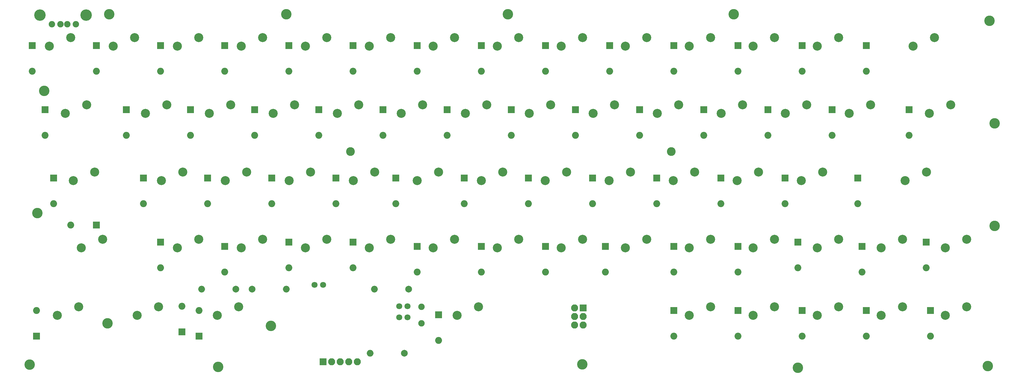
<source format=gts>
G04 #@! TF.FileFunction,Soldermask,Top*
%FSLAX46Y46*%
G04 Gerber Fmt 4.6, Leading zero omitted, Abs format (unit mm)*
G04 Created by KiCad (PCBNEW 4.0.6) date Saturday, May 27, 2017 'AMt' 11:31:39 AM*
%MOMM*%
%LPD*%
G01*
G04 APERTURE LIST*
%ADD10C,0.100000*%
%ADD11C,3.100000*%
%ADD12C,2.600000*%
%ADD13C,1.800000*%
%ADD14C,2.051000*%
%ADD15R,2.051000X2.051000*%
%ADD16C,1.900000*%
%ADD17C,3.400000*%
%ADD18R,2.100000X2.100000*%
%ADD19O,2.100000X2.100000*%
%ADD20C,2.000000*%
%ADD21O,2.000000X2.000000*%
%ADD22C,2.686000*%
G04 APERTURE END LIST*
D10*
D11*
X103975000Y-252794000D03*
X47968000Y-252159000D03*
X276060000Y-253048000D03*
D12*
X238468000Y-188786000D03*
D11*
X71590000Y-148000000D03*
X124168000Y-148000000D03*
X190000000Y-148000000D03*
X257010000Y-148000000D03*
X332956000Y-149924000D03*
X334480000Y-180404000D03*
X334480000Y-210884000D03*
X52286000Y-170752000D03*
X50254000Y-207074000D03*
X332448000Y-252540000D03*
X212052000Y-252032000D03*
X119596000Y-240602000D03*
D13*
X157696000Y-238062000D03*
X160196000Y-238062000D03*
X157696000Y-234760000D03*
X160196000Y-234760000D03*
X135090000Y-228410000D03*
X132590000Y-228410000D03*
D14*
X48730000Y-164910000D03*
D15*
X48730000Y-157290000D03*
D14*
X67780000Y-164910000D03*
D15*
X67780000Y-157290000D03*
D14*
X86830000Y-164910000D03*
D15*
X86830000Y-157290000D03*
D14*
X105880000Y-164910000D03*
D15*
X105880000Y-157290000D03*
D14*
X124930000Y-164910000D03*
D15*
X124930000Y-157290000D03*
D14*
X143980000Y-164910000D03*
D15*
X143980000Y-157290000D03*
D14*
X163030000Y-164910000D03*
D15*
X163030000Y-157290000D03*
D14*
X182080000Y-164910000D03*
D15*
X182080000Y-157290000D03*
D14*
X201130000Y-164910000D03*
D15*
X201130000Y-157290000D03*
D14*
X220180000Y-164910000D03*
D15*
X220180000Y-157290000D03*
D14*
X239230000Y-164910000D03*
D15*
X239230000Y-157290000D03*
D14*
X258280000Y-164910000D03*
D15*
X258280000Y-157290000D03*
D14*
X277330000Y-164910000D03*
D15*
X277330000Y-157290000D03*
D14*
X296380000Y-164910000D03*
D15*
X296380000Y-157290000D03*
D14*
X52540000Y-183960000D03*
D15*
X52540000Y-176340000D03*
D14*
X76670000Y-183960000D03*
D15*
X76670000Y-176340000D03*
D14*
X95720000Y-183960000D03*
D15*
X95720000Y-176340000D03*
D14*
X114770000Y-183960000D03*
D15*
X114770000Y-176340000D03*
D14*
X133820000Y-183960000D03*
D15*
X133820000Y-176340000D03*
D14*
X152870000Y-183960000D03*
D15*
X152870000Y-176340000D03*
D14*
X171920000Y-183960000D03*
D15*
X171920000Y-176340000D03*
D14*
X190970000Y-183960000D03*
D15*
X190970000Y-176340000D03*
D14*
X210020000Y-183960000D03*
D15*
X210020000Y-176340000D03*
D14*
X229070000Y-183960000D03*
D15*
X229070000Y-176340000D03*
D14*
X248120000Y-183960000D03*
D15*
X248120000Y-176340000D03*
D14*
X267170000Y-183960000D03*
D15*
X267170000Y-176340000D03*
D14*
X286220000Y-183960000D03*
D15*
X286220000Y-176340000D03*
D14*
X309080000Y-183960000D03*
D15*
X309080000Y-176340000D03*
D14*
X55080000Y-204280000D03*
D15*
X55080000Y-196660000D03*
D14*
X81750000Y-204280000D03*
D15*
X81750000Y-196660000D03*
D14*
X100800000Y-204280000D03*
D15*
X100800000Y-196660000D03*
D14*
X119850000Y-204280000D03*
D15*
X119850000Y-196660000D03*
D14*
X138900000Y-204280000D03*
D15*
X138900000Y-196660000D03*
D14*
X156680000Y-204280000D03*
D15*
X156680000Y-196660000D03*
D14*
X177000000Y-204280000D03*
D15*
X177000000Y-196660000D03*
D14*
X196050000Y-204280000D03*
D15*
X196050000Y-196660000D03*
D14*
X215100000Y-204280000D03*
D15*
X215100000Y-196660000D03*
D14*
X234150000Y-204280000D03*
D15*
X234150000Y-196660000D03*
D14*
X253200000Y-204280000D03*
D15*
X253200000Y-196660000D03*
D14*
X272250000Y-204280000D03*
D15*
X272250000Y-196660000D03*
D14*
X293840000Y-204280000D03*
D15*
X293840000Y-196660000D03*
D14*
X60160000Y-210630000D03*
D15*
X67780000Y-210630000D03*
D14*
X86830000Y-223330000D03*
D15*
X86830000Y-215710000D03*
D14*
X105880000Y-224600000D03*
D15*
X105880000Y-216980000D03*
D14*
X124930000Y-223330000D03*
D15*
X124930000Y-215710000D03*
D14*
X143980000Y-223330000D03*
D15*
X143980000Y-215710000D03*
D14*
X163030000Y-224600000D03*
D15*
X163030000Y-216980000D03*
D14*
X182080000Y-224600000D03*
D15*
X182080000Y-216980000D03*
D14*
X201130000Y-224600000D03*
D15*
X201130000Y-216980000D03*
D14*
X218910000Y-224600000D03*
D15*
X218910000Y-216980000D03*
D14*
X239230000Y-224600000D03*
D15*
X239230000Y-216980000D03*
D14*
X258280000Y-224600000D03*
D15*
X258280000Y-216980000D03*
D14*
X276060000Y-223330000D03*
D15*
X276060000Y-215710000D03*
D14*
X295110000Y-224600000D03*
D15*
X295110000Y-216980000D03*
D14*
X50000000Y-236030000D03*
D15*
X50000000Y-243650000D03*
D14*
X93180000Y-234760000D03*
D15*
X93180000Y-242380000D03*
D14*
X98260000Y-236030000D03*
D15*
X98260000Y-243650000D03*
D14*
X169380000Y-244920000D03*
D15*
X169380000Y-237300000D03*
D14*
X239230000Y-243650000D03*
D15*
X239230000Y-236030000D03*
D14*
X258280000Y-243650000D03*
D15*
X258280000Y-236030000D03*
D14*
X277330000Y-243650000D03*
D15*
X277330000Y-236030000D03*
D14*
X296380000Y-243650000D03*
D15*
X296380000Y-236030000D03*
D14*
X315430000Y-243650000D03*
D15*
X315430000Y-236030000D03*
D14*
X314160000Y-223330000D03*
D15*
X314160000Y-215710000D03*
D16*
X61682000Y-150940000D03*
X59142000Y-150940000D03*
X57112000Y-150940000D03*
X54572000Y-150940000D03*
D17*
X64732000Y-148270000D03*
X51012000Y-148270000D03*
D18*
X212306000Y-235268000D03*
D19*
X209766000Y-235268000D03*
X212306000Y-237808000D03*
X209766000Y-237808000D03*
X212306000Y-240348000D03*
X209766000Y-240348000D03*
D20*
X160490000Y-229680000D03*
D21*
X150330000Y-229680000D03*
D20*
X114008000Y-229680000D03*
D21*
X124168000Y-229680000D03*
D20*
X109182000Y-229680000D03*
D21*
X99022000Y-229680000D03*
D20*
X159220000Y-248730000D03*
D21*
X149060000Y-248730000D03*
D22*
X60165000Y-154920000D03*
X53815000Y-157460000D03*
X79165000Y-154920000D03*
X72815000Y-157460000D03*
X98165000Y-154920000D03*
X91815000Y-157460000D03*
X117165000Y-154920000D03*
X110815000Y-157460000D03*
X136165000Y-154920000D03*
X129815000Y-157460000D03*
X155165000Y-154920000D03*
X148815000Y-157460000D03*
X174165000Y-154920000D03*
X167815000Y-157460000D03*
X193165000Y-154920000D03*
X186815000Y-157460000D03*
X212165000Y-154920000D03*
X205815000Y-157460000D03*
X231165000Y-154920000D03*
X224815000Y-157460000D03*
X250165000Y-154920000D03*
X243815000Y-157460000D03*
X269165000Y-154920000D03*
X262815000Y-157460000D03*
X288165000Y-154920000D03*
X281815000Y-157460000D03*
X316665000Y-154920000D03*
X310315000Y-157460000D03*
X64915000Y-174920000D03*
X58565000Y-177460000D03*
X88665000Y-174920000D03*
X82315000Y-177460000D03*
X107665000Y-174920000D03*
X101315000Y-177460000D03*
X126665000Y-174920000D03*
X120315000Y-177460000D03*
X145665000Y-174920000D03*
X139315000Y-177460000D03*
X164665000Y-174920000D03*
X158315000Y-177460000D03*
X183665000Y-174920000D03*
X177315000Y-177460000D03*
X202665000Y-174920000D03*
X196315000Y-177460000D03*
X221665000Y-174920000D03*
X215315000Y-177460000D03*
X240665000Y-174920000D03*
X234315000Y-177460000D03*
X259665000Y-174920000D03*
X253315000Y-177460000D03*
X278665000Y-174920000D03*
X272315000Y-177460000D03*
X297665000Y-174920000D03*
X291315000Y-177460000D03*
X321415000Y-174920000D03*
X315065000Y-177460000D03*
X67290000Y-194920000D03*
X60940000Y-197460000D03*
X93415000Y-194920000D03*
X87065000Y-197460000D03*
X112415000Y-194920000D03*
X106065000Y-197460000D03*
X131415000Y-194920000D03*
X125065000Y-197460000D03*
X150415000Y-194920000D03*
X144065000Y-197460000D03*
X169415000Y-194920000D03*
X163065000Y-197460000D03*
X188415000Y-194920000D03*
X182065000Y-197460000D03*
X207415000Y-194920000D03*
X201065000Y-197460000D03*
X226415000Y-194920000D03*
X220065000Y-197460000D03*
X245415000Y-194920000D03*
X239065000Y-197460000D03*
X264415000Y-194920000D03*
X258065000Y-197460000D03*
X283415000Y-194920000D03*
X277065000Y-197460000D03*
X314290000Y-194920000D03*
X307940000Y-197460000D03*
X98165000Y-214920000D03*
X91815000Y-217460000D03*
X117165000Y-214920000D03*
X110815000Y-217460000D03*
X136165000Y-214920000D03*
X129815000Y-217460000D03*
X155165000Y-214920000D03*
X148815000Y-217460000D03*
X174165000Y-214920000D03*
X167815000Y-217460000D03*
X193165000Y-214920000D03*
X186815000Y-217460000D03*
X212165000Y-214920000D03*
X205815000Y-217460000D03*
X231165000Y-214920000D03*
X224815000Y-217460000D03*
X250165000Y-214920000D03*
X243815000Y-217460000D03*
X269165000Y-214920000D03*
X262815000Y-217460000D03*
X288165000Y-214920000D03*
X281815000Y-217460000D03*
X62540000Y-234920000D03*
X56190000Y-237460000D03*
X86290000Y-234920000D03*
X79940000Y-237460000D03*
X110040000Y-234920000D03*
X103690000Y-237460000D03*
X181290000Y-234920000D03*
X174940000Y-237460000D03*
X250165000Y-234920000D03*
X243815000Y-237460000D03*
X269165000Y-234920000D03*
X262815000Y-237460000D03*
X288165000Y-234920000D03*
X281815000Y-237460000D03*
X307165000Y-234920000D03*
X300815000Y-237460000D03*
X326165000Y-234920000D03*
X319815000Y-237460000D03*
X326165000Y-214920000D03*
X319815000Y-217460000D03*
D16*
X164300000Y-239840000D03*
X164300000Y-234960000D03*
D18*
X135090000Y-251270000D03*
D19*
X137630000Y-251270000D03*
X140170000Y-251270000D03*
X142710000Y-251270000D03*
X145250000Y-251270000D03*
D22*
X307165000Y-214920000D03*
X300815000Y-217460000D03*
D11*
X71082000Y-239840000D03*
D12*
X143218000Y-188786000D03*
D22*
X69665000Y-214920000D03*
X63315000Y-217460000D03*
M02*

</source>
